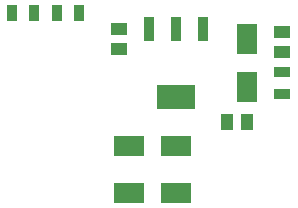
<source format=gbr>
%TF.GenerationSoftware,KiCad,Pcbnew,8.0.5+1*%
%TF.CreationDate,2024-10-02T06:07:40-04:00*%
%TF.ProjectId,breadboard-power-supply,62726561-6462-46f6-9172-642d706f7765,rev?*%
%TF.SameCoordinates,Original*%
%TF.FileFunction,Paste,Top*%
%TF.FilePolarity,Positive*%
%FSLAX46Y46*%
G04 Gerber Fmt 4.6, Leading zero omitted, Abs format (unit mm)*
G04 Created by KiCad (PCBNEW 8.0.5+1) date 2024-10-02 06:07:40*
%MOMM*%
%LPD*%
G01*
G04 APERTURE LIST*
%ADD10R,1.700000X2.500000*%
%ADD11R,1.465000X1.115000*%
%ADD12R,2.500000X1.700000*%
%ADD13R,0.870000X1.420000*%
%ADD14R,1.420000X0.870000*%
%ADD15R,0.950000X2.150000*%
%ADD16R,3.250000X2.150000*%
%ADD17R,1.115000X1.465000*%
G04 APERTURE END LIST*
D10*
%TO.C,D2*%
X132500000Y-102000000D03*
X132500000Y-106000000D03*
%TD*%
D11*
%TO.C,C1*%
X121700000Y-101100000D03*
X121700000Y-102800000D03*
%TD*%
D12*
%TO.C,D1*%
X126500000Y-111000000D03*
X122500000Y-111000000D03*
%TD*%
D13*
%TO.C,R2*%
X114500000Y-99800000D03*
X112640000Y-99800000D03*
%TD*%
D11*
%TO.C,C3*%
X135500000Y-103100000D03*
X135500000Y-101400000D03*
%TD*%
D14*
%TO.C,R1*%
X135500000Y-106580000D03*
X135500000Y-104720000D03*
%TD*%
D15*
%TO.C,U1*%
X128800000Y-101100000D03*
X126500000Y-101100000D03*
X124200000Y-101100000D03*
D16*
X126500000Y-106900000D03*
%TD*%
D13*
%TO.C,R5*%
X116440000Y-99800000D03*
X118300000Y-99800000D03*
%TD*%
D17*
%TO.C,C2*%
X132500000Y-109000000D03*
X130800000Y-109000000D03*
%TD*%
D12*
%TO.C,D4*%
X126500000Y-115000000D03*
X122500000Y-115000000D03*
%TD*%
M02*

</source>
